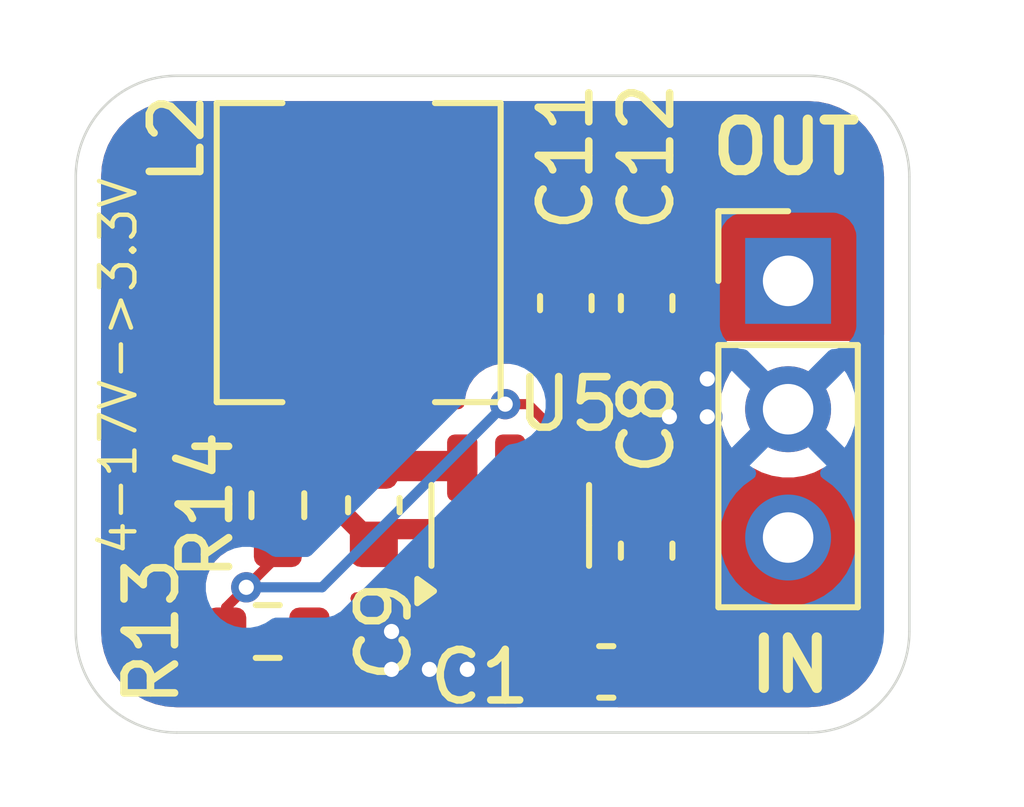
<source format=kicad_pcb>
(kicad_pcb (version 20241229) (generator "pcbnew") (generator_version "9.0")
  (layers (0 "F.Cu" signal) (2 "B.Cu" signal) (13 "F.Paste" user) (15 "B.Paste" user) (5 "F.SilkS" user "F.Silkscreen") (7 "B.SilkS" user "B.Silkscreen") (1 "F.Mask" user) (3 "B.Mask" user) (25 "Edge.Cuts" user))
  (net 0 "")
  (net 1 "GND")
  (net 2 "VCC")
  (net 3 "Net-(U5-SW)")
  (net 4 "Net-(U5-VBST)")
  (net 5 "+3V3")
  (net 6 "Net-(U5-VFB)")
  (footprint "Capacitor_SMD:C_0603_1608Metric" (layer "F.Cu") (at 161.2 49 -90)
    (property "Reference" "C11" (at -2.9 0 90) (layer "F.SilkS"))
    (property "Value" "22u")
    (fp_line (start -0.14058 0.51) (end 0.14058 0.51) (stroke (width 0.12)) (layer "F.SilkS"))
    (fp_line (start -0.14058 -0.51) (end 0.14058 -0.51) (stroke (width 0.12)) (layer "F.SilkS"))
    (pad "1" smd roundrect (at -0.775 0 270) (size 0.9 0.95) (layers "F.Cu" "F.Mask" "F.Paste") (net 5 "+3V3"))
    (pad "2" smd roundrect (at 0.775 0 270) (size 0.9 0.95) (layers "F.Cu" "F.Mask" "F.Paste") (net 1 "GND"))
  )
  (footprint "Capacitor_SMD:C_0603_1608Metric" (layer "F.Cu") (at 157.4 53 -90)
    (property "Reference" "C9" (at 2.5 -0.2 90) (layer "F.SilkS"))
    (property "Value" "0.1µF")
    (fp_line (start -0.14058 0.51) (end 0.14058 0.51) (stroke (width 0.12)) (layer "F.SilkS"))
    (fp_line (start -0.14058 -0.51) (end 0.14058 -0.51) (stroke (width 0.12)) (layer "F.SilkS"))
    (pad "1" smd roundrect (at -0.775 0 270) (size 0.9 0.95) (layers "F.Cu" "F.Mask" "F.Paste") (net 4 "Net-(U5-VBST)"))
    (pad "2" smd roundrect (at 0.775 0 270) (size 0.9 0.95) (layers "F.Cu" "F.Mask" "F.Paste") (net 3 "Net-(U5-SW)"))
  )
  (footprint "Capacitor_SMD:C_0603_1608Metric" (layer "F.Cu") (at 162.8 53.9 90)
    (property "Reference" "C8" (at 2.5 0 90) (layer "F.SilkS"))
    (property "Value" "10u")
    (fp_line (start -0.14058 -0.51) (end 0.14058 -0.51) (stroke (width 0.12)) (layer "F.SilkS"))
    (fp_line (start -0.14058 0.51) (end 0.14058 0.51) (stroke (width 0.12)) (layer "F.SilkS"))
    (pad "1" smd roundrect (at -0.775 0 90) (size 0.9 0.95) (layers "F.Cu" "F.Mask" "F.Paste") (net 2 "VCC"))
    (pad "2" smd roundrect (at 0.775 0 90) (size 0.9 0.95) (layers "F.Cu" "F.Mask" "F.Paste") (net 1 "GND"))
  )
  (footprint "Package_TO_SOT_SMD:SOT-23-6" (layer "F.Cu") (at 160.1 53.4 90)
    (property "Reference" "U5" (at 2.4 1.15 180) (layer "F.SilkS"))
    (property "Value" "TPS562200")
    (fp_line (start 0 -1.56) (end 0.8 -1.56) (stroke (width 0.12)) (layer "F.SilkS"))
    (fp_line (start 0 -1.56) (end -0.8 -1.56) (stroke (width 0.12)) (layer "F.SilkS"))
    (fp_line (start 0 1.56) (end 0.8 1.56) (stroke (width 0.12)) (layer "F.SilkS"))
    (fp_line (start 0 1.56) (end -0.8 1.56) (stroke (width 0.12)) (layer "F.SilkS"))
    (fp_poly (pts (xy -1.3 -1.51) (xy -1.54 -1.84) (xy -1.06 -1.84)) (stroke (width 0.12)) (fill yes) (layer "F.SilkS"))
    (pad "1" smd roundrect (at -1.1375 -0.95 90) (size 1.325 0.6) (layers "F.Cu" "F.Mask" "F.Paste") (net 1 "GND"))
    (pad "2" smd roundrect (at -1.1375 0 90) (size 1.325 0.6) (layers "F.Cu" "F.Mask" "F.Paste") (net 3 "Net-(U5-SW)"))
    (pad "3" smd roundrect (at -1.1375 0.95 90) (size 1.325 0.6) (layers "F.Cu" "F.Mask" "F.Paste") (net 2 "VCC"))
    (pad "4" smd roundrect (at 1.1375 0.95 90) (size 1.325 0.6) (layers "F.Cu" "F.Mask" "F.Paste") (net 6 "Net-(U5-VFB)"))
    (pad "5" smd roundrect (at 1.1375 0 90) (size 1.325 0.6) (layers "F.Cu" "F.Mask" "F.Paste") (net 2 "VCC"))
    (pad "6" smd roundrect (at 1.1375 -0.95 90) (size 1.325 0.6) (layers "F.Cu" "F.Mask" "F.Paste") (net 4 "Net-(U5-VBST)"))
  )
  (footprint "Connector_PinHeader_2.54mm:PinHeader_1x03_P2.54mm_Vertical" (layer "F.Cu") (at 165.6 48.56)
    (property "Reference" "J1" (hide yes))
    (property "Value" "Conn_01x03")
    (fp_line (start -1.38 -1.38) (end 0 -1.38) (stroke (width 0.12)) (layer "F.SilkS"))
    (fp_line (start -1.38 0) (end -1.38 -1.38) (stroke (width 0.12)) (layer "F.SilkS"))
    (fp_line (start -1.38 1.27) (end -1.38 6.46) (stroke (width 0.12)) (layer "F.SilkS"))
    (fp_line (start -1.38 1.27) (end 1.38 1.27) (stroke (width 0.12)) (layer "F.SilkS"))
    (fp_line (start -1.38 6.46) (end 1.38 6.46) (stroke (width 0.12)) (layer "F.SilkS"))
    (fp_line (start 1.38 1.27) (end 1.38 6.46) (stroke (width 0.12)) (layer "F.SilkS"))
    (pad "1" thru_hole rect (at 0 0) (size 1.7 1.7) (drill 1) (layers "*.Cu" "*.Mask") (net 5 "+3V3"))
    (pad "2" thru_hole circle (at 0 2.54) (size 1.7 1.7) (drill 1) (layers "*.Cu" "*.Mask") (net 1 "GND"))
    (pad "3" thru_hole circle (at 0 5.08) (size 1.7 1.7) (drill 1) (layers "*.Cu" "*.Mask") (net 2 "VCC"))
  )
  (footprint "Capacitor_SMD:C_0603_1608Metric" (layer "F.Cu") (at 162.8 49 -90)
    (property "Reference" "C12" (at -2.9 0 90) (layer "F.SilkS"))
    (property "Value" "22u")
    (fp_line (start -0.14058 0.51) (end 0.14058 0.51) (stroke (width 0.12)) (layer "F.SilkS"))
    (fp_line (start -0.14058 -0.51) (end 0.14058 -0.51) (stroke (width 0.12)) (layer "F.SilkS"))
    (pad "1" smd roundrect (at -0.775 0 270) (size 0.9 0.95) (layers "F.Cu" "F.Mask" "F.Paste") (net 5 "+3V3"))
    (pad "2" smd roundrect (at 0.775 0 270) (size 0.9 0.95) (layers "F.Cu" "F.Mask" "F.Paste") (net 1 "GND"))
  )
  (footprint "Inductor_SMD:L_Chilisin_BMRA00050520" (layer "F.Cu") (at 157.1 48 90)
    (property "Reference" "L2" (at 2.25 -3.6 90) (layer "F.SilkS"))
    (property "Value" "4.7uH")
    (fp_line (start 2.96 -2.81) (end 2.96 -1.51) (stroke (width 0.12)) (layer "F.SilkS"))
    (fp_line (start -2.96 -2.81) (end 2.96 -2.81) (stroke (width 0.12)) (layer "F.SilkS"))
    (fp_line (start -2.96 -1.51) (end -2.96 -2.81) (stroke (width 0.12)) (layer "F.SilkS"))
    (fp_line (start 2.96 1.51) (end 2.96 2.81) (stroke (width 0.12)) (layer "F.SilkS"))
    (fp_line (start 2.96 2.81) (end -2.96 2.81) (stroke (width 0.12)) (layer "F.SilkS"))
    (fp_line (start -2.96 2.81) (end -2.96 1.51) (stroke (width 0.12)) (layer "F.SilkS"))
    (pad "1" smd roundrect (at -2.05 0 90) (size 1.9 2.5) (layers "F.Cu" "F.Mask" "F.Paste") (roundrect_rratio 0.131579) (net 3 "Net-(U5-SW)"))
    (pad "2" smd roundrect (at 2.05 0 90) (size 1.9 2.5) (layers "F.Cu" "F.Mask" "F.Paste") (roundrect_rratio 0.131579) (net 5 "+3V3"))
  )
  (footprint "Capacitor_SMD:C_0603_1608Metric" (layer "F.Cu") (at 162 56.3 180)
    (property "Reference" "C1" (at 2.5 -0.1 0) (layer "F.SilkS"))
    (property "Value" "10u")
    (fp_line (start -0.14058 0.51) (end 0.14058 0.51) (stroke (width 0.12)) (layer "F.SilkS"))
    (fp_line (start -0.14058 -0.51) (end 0.14058 -0.51) (stroke (width 0.12)) (layer "F.SilkS"))
    (pad "1" smd roundrect (at -0.775 0 180) (size 0.9 0.95) (layers "F.Cu" "F.Mask" "F.Paste") (net 2 "VCC"))
    (pad "2" smd roundrect (at 0.775 0 180) (size 0.9 0.95) (layers "F.Cu" "F.Mask" "F.Paste") (net 1 "GND"))
  )
  (footprint "Resistor_SMD:R_0603_1608Metric" (layer "F.Cu") (at 155.5 53 90)
    (property "Reference" "R14" (at 0 -1.43 90) (layer "F.SilkS"))
    (property "Value" "33.0K")
    (fp_line (start -0.237258 -0.5225) (end 0.237258 -0.5225) (stroke (width 0.12)) (layer "F.SilkS"))
    (fp_line (start -0.237258 0.5225) (end 0.237258 0.5225) (stroke (width 0.12)) (layer "F.SilkS"))
    (pad "1" smd roundrect (at -0.825 0 90) (size 0.8 0.95) (layers "F.Cu" "F.Mask" "F.Paste") (net 6 "Net-(U5-VFB)"))
    (pad "2" smd roundrect (at 0.825 0 90) (size 0.8 0.95) (layers "F.Cu" "F.Mask" "F.Paste") (net 5 "+3V3"))
  )
  (footprint "Resistor_SMD:R_0603_1608Metric" (layer "F.Cu") (at 155.3 55.5)
    (property "Reference" "R13" (at -2.3 0 90) (layer "F.SilkS"))
    (property "Value" "10K")
    (fp_line (start -0.237258 -0.5225) (end 0.237258 -0.5225) (stroke (width 0.12)) (layer "F.SilkS"))
    (fp_line (start -0.237258 0.5225) (end 0.237258 0.5225) (stroke (width 0.12)) (layer "F.SilkS"))
    (pad "1" smd roundrect (at -0.825 0) (size 0.8 0.95) (layers "F.Cu" "F.Mask" "F.Paste") (net 6 "Net-(U5-VFB)"))
    (pad "2" smd roundrect (at 0.825 0) (size 0.8 0.95) (layers "F.Cu" "F.Mask" "F.Paste") (net 1 "GND"))
  )
  (gr_arc (start 166 44.5) (mid 167.414214 45.085786) (end 168 46.5) (stroke (width 0.05)) (layer "Edge.Cuts"))
  (gr_line (start 166 44.5) (end 153.5 44.5) (stroke (width 0.05)) (layer "Edge.Cuts"))
  (gr_line (start 153.5 57.5) (end 166 57.5) (stroke (width 0.05)) (layer "Edge.Cuts"))
  (gr_arc (start 151.5 46.5) (mid 152.085786 45.085786) (end 153.5 44.5) (stroke (width 0.05)) (layer "Edge.Cuts"))
  (gr_line (start 168 55.5) (end 168 46.5) (stroke (width 0.05)) (layer "Edge.Cuts"))
  (gr_line (start 151.5 46.5) (end 151.5 55.5) (stroke (width 0.05)) (layer "Edge.Cuts"))
  (gr_arc (start 153.5 57.5) (mid 152.085786 56.914214) (end 151.5 55.5) (stroke (width 0.05)) (layer "Edge.Cuts"))
  (gr_arc (start 168 55.5) (mid 167.414214 56.914214) (end 166 57.5) (stroke (width 0.05)) (layer "Edge.Cuts"))
  (gr_text "IN" (at 164.75 56.75 0) (layer "F.SilkS") (effects (font (size 1 1) (thickness 0.2) (bold yes)) (justify left bottom)))
  (gr_text "4-17V->3.3V" (at 152.75 50.25 90) (layer "F.SilkS") (effects (font (size 0.7 0.7) (thickness 0.0875)) (justify bottom)))
  (gr_text "OUT" (at 164 46.5 0) (layer "F.SilkS") (effects (font (size 1 1) (thickness 0.2) (bold yes)) (justify left bottom)))
  (via (at 157.75 55.5) (size 0.6) (drill 0.3) (layers "F.Cu" "B.Cu") (net 1))
  (via (at 157.75 56.25) (size 0.6) (drill 0.3) (layers "F.Cu" "B.Cu") (net 1))
  (via (at 164 50.5) (size 0.6) (drill 0.3) (layers "F.Cu" "B.Cu") (net 1))
  (via (at 158.5 56.25) (size 0.6) (drill 0.3) (layers "F.Cu" "B.Cu") (net 1))
  (via (at 159.25 56.25) (size 0.6) (drill 0.3) (layers "F.Cu" "B.Cu") (net 1))
  (via (at 164 51.25) (size 0.6) (drill 0.3) (layers "F.Cu" "B.Cu") (net 1))
  (via (at 163.25 51.25) (size 0.6) (drill 0.3) (layers "F.Cu" "B.Cu") (net 1))
  (segment (start 161.05 54.041612) (end 161.05 54.5375) (width 0.4) (layer "F.Cu") (net 2))
  (segment (start 160.1 53.091612) (end 161.05 54.041612) (width 0.4) (layer "F.Cu") (net 2))
  (segment (start 160.1 52.2625) (end 160.1 53.091612) (width 0.4) (layer "F.Cu") (net 2))
  (segment (start 159.532388 53.474) (end 157.701 53.474) (width 0.4) (layer "F.Cu") (net 3))
  (segment (start 157.1 50.05) (end 156.524 50.626) (width 0.4) (layer "F.Cu") (net 3))
  (segment (start 160.1 54.5375) (end 160.1 54.041612) (width 0.4) (layer "F.Cu") (net 3))
  (segment (start 160.1 54.041612) (end 159.532388 53.474) (width 0.4) (layer "F.Cu") (net 3))
  (segment (start 157.701 53.474) (end 157.4 53.775) (width 0.4) (layer "F.Cu") (net 3))
  (segment (start 156.524 52.899) (end 157.4 53.775) (width 0.4) (layer "F.Cu") (net 3))
  (segment (start 156.524 50.626) (end 156.524 52.899) (width 0.4) (layer "F.Cu") (net 3))
  (segment (start 159.1125 52.225) (end 159.15 52.2625) (width 0.6) (layer "F.Cu") (net 4))
  (segment (start 157.4 52.225) (end 159.1125 52.225) (width 0.6) (layer "F.Cu") (net 4))
  (segment (start 155.349 47.901) (end 155.5 47.75) (width 0.6) (layer "F.Cu") (net 5))
  (segment (start 155.349 52.024) (end 155.349 47.901) (width 0.6) (layer "F.Cu") (net 5))
  (segment (start 155.5 52.175) (end 155.349 52.024) (width 0.6) (layer "F.Cu") (net 5))
  (segment (start 155.5 53.825) (end 155.5 54) (width 0.2) (layer "F.Cu") (net 6))
  (segment (start 154.875 54.625) (end 155 54.5) (width 0.2) (layer "F.Cu") (net 6))
  (segment (start 154.475 55.025) (end 154.475 55.5) (width 0.2) (layer "F.Cu") (net 6))
  (segment (start 160.449999 51) (end 160 51) (width 0.2) (layer "F.Cu") (net 6))
  (segment (start 161.05 51.600001) (end 160.449999 51) (width 0.2) (layer "F.Cu") (net 6))
  (segment (start 161.05 52.2625) (end 161.05 51.600001) (width 0.2) (layer "F.Cu") (net 6))
  (segment (start 155.5 54) (end 154.875 54.625) (width 0.2) (layer "F.Cu") (net 6))
  (segment (start 154.875 54.625) (end 154.475 55.025) (width 0.2) (layer "F.Cu") (net 6))
  (via (at 160 51) (size 0.6) (drill 0.3) (layers "F.Cu" "B.Cu") (net 6))
  (via (at 154.875 54.625) (size 0.6) (drill 0.3) (layers "F.Cu" "B.Cu") (net 6))
  (segment (start 156.375 54.625) (end 160 51) (width 0.2) (layer "B.Cu") (net 6))
  (segment (start 154.875 54.625) (end 156.375 54.625) (width 0.2) (layer "B.Cu") (net 6))
  (zone (net 5) (net_name "+3V3") (layer "F.Cu") (priority 2) (connect_pads yes (clearance 0.5)) (min_thickness 0.25) (fill yes (thermal_gap 0.5) (thermal_bridge_width 0.5))
    (polygon (pts (xy 164 49.75) (xy 164 49) (xy 159.75 49) (xy 159.75 48) (xy 155 48) (xy 155 44.75) (xy 167.75 44.75) (xy 167.75 49.75)))
  )
  (zone (net 2) (net_name "VCC") (layer "F.Cu") (priority 1) (connect_pads yes (clearance 0.5)) (min_thickness 0.25) (fill yes (thermal_gap 0.5) (thermal_bridge_width 0.5))
    (polygon (pts (xy 164 52.25) (xy 167.25 52.25) (xy 167.25 57.5) (xy 162 57.5) (xy 162 55.5) (xy 160.5 55.5) (xy 160.5 53.5) (xy 162 53.5) (xy 162 54) (xy 164 54)))
  )
  (zone (net 1) (net_name "GND") (layers "F.Cu" "B.Cu") (connect_pads (clearance 0.5)) (min_thickness 0.25) (fill yes (thermal_gap 0.5) (thermal_bridge_width 0.5))
    (polygon (pts (xy 150 43) (xy 169 43) (xy 169 59) (xy 150 59)))
  )
)
</source>
